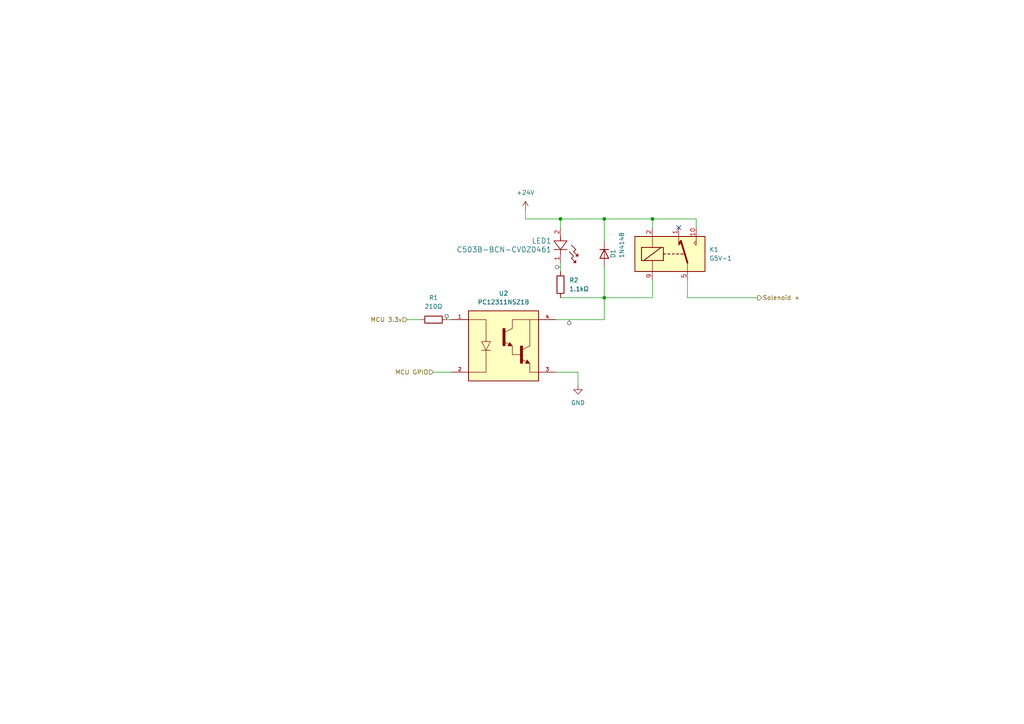
<source format=kicad_sch>
(kicad_sch (version 20230121) (generator eeschema)
  (paper "A4")
  (lib_symbols
    (symbol "CreeLED Blue:C503B-BCN-CV0Z0461" (pin_names (offset 0.254))
      (property "Reference" "LED" (at 5.08 -4.445 0))
      (property "Value" "C503B-BCN-CV0Z0461" (at 5.08 -7.62 0))
      (symbol "C503B-BCN-CV0Z0461_1_1"
        (polyline (pts (xy 2.54 0) (xy 3.4798 0)) (stroke (width 0.2032)))
        (polyline (pts (xy 3.175 0) (xy 3.81 0)) (stroke (width 0.2032)))
        (polyline (pts (xy 3.81 -1.905) (xy 6.35 0)) (stroke (width 0.2032)))
        (polyline (pts (xy 3.81 1.905) (xy 3.81 -1.905)) (stroke (width 0.2032)))
        (polyline (pts (xy 5.08 3.175) (xy 6.35 4.445)) (stroke (width 0.2032)))
        (polyline (pts (xy 6.35 -1.905) (xy 6.35 1.905)) (stroke (width 0.2032)))
        (polyline (pts (xy 6.35 0) (xy 3.81 1.905)) (stroke (width 0.2032)))
        (polyline (pts (xy 6.35 0) (xy 7.62 0)) (stroke (width 0.2032)))
        (polyline (pts (xy 6.35 4.445) (xy 6.985 3.81)) (stroke (width 0.2032)))
        (polyline (pts (xy 6.985 2.54) (xy 8.255 3.81)) (stroke (width 0.2032)))
        (polyline (pts (xy 6.985 3.81) (xy 8.255 5.08)) (stroke (width 0.2032)))
        (polyline (pts (xy 7.62 5.08) (xy 8.255 4.445)) (stroke (width 0.2032)))
        (polyline (pts (xy 8.255 3.81) (xy 8.89 3.175)) (stroke (width 0.2032)))
        (polyline (pts (xy 8.255 4.445) (xy 8.255 5.08)) (stroke (width 0.2032)))
        (polyline (pts (xy 8.255 5.08) (xy 7.62 5.08)) (stroke (width 0.2032)))
        (polyline (pts (xy 8.89 3.175) (xy 10.16 4.445)) (stroke (width 0.2032)))
        (polyline (pts (xy 9.525 4.445) (xy 10.16 3.81)) (stroke (width 0.2032)))
        (polyline (pts (xy 10.16 3.81) (xy 10.16 4.445)) (stroke (width 0.2032)))
        (polyline (pts (xy 10.16 4.445) (xy 9.525 4.445)) (stroke (width 0.2032)))
        (pin passive line (at 10.16 0 180) (length 2.54) (name "") (number "1"))
        (pin passive line (at 0 0 0) (length 2.54) (name "") (number "2"))
      )
      (symbol "C503B-BCN-CV0Z0461_1_2"
        (polyline (pts (xy -5.08 7.62) (xy -4.445 8.255)) (stroke (width 0.2032)))
        (polyline (pts (xy -5.08 8.255) (xy -5.08 7.62)) (stroke (width 0.2032)))
        (polyline (pts (xy -4.445 6.35) (xy -3.81 6.985)) (stroke (width 0.2032)))
        (polyline (pts (xy -4.445 8.255) (xy -5.08 8.255)) (stroke (width 0.2032)))
        (polyline (pts (xy -4.445 9.525) (xy -3.81 10.16)) (stroke (width 0.2032)))
        (polyline (pts (xy -4.445 10.16) (xy -4.445 9.525)) (stroke (width 0.2032)))
        (polyline (pts (xy -3.81 6.985) (xy -5.08 8.255)) (stroke (width 0.2032)))
        (polyline (pts (xy -3.81 8.255) (xy -3.175 8.89)) (stroke (width 0.2032)))
        (polyline (pts (xy -3.81 10.16) (xy -4.445 10.16)) (stroke (width 0.2032)))
        (polyline (pts (xy -3.175 5.08) (xy -4.445 6.35)) (stroke (width 0.2032)))
        (polyline (pts (xy -3.175 8.89) (xy -4.445 10.16)) (stroke (width 0.2032)))
        (polyline (pts (xy -2.54 6.985) (xy -3.81 8.255)) (stroke (width 0.2032)))
        (polyline (pts (xy -1.905 3.81) (xy 1.905 3.81)) (stroke (width 0.2032)))
        (polyline (pts (xy 0 2.54) (xy 0 3.4798)) (stroke (width 0.2032)))
        (polyline (pts (xy 0 3.175) (xy 0 3.81)) (stroke (width 0.2032)))
        (polyline (pts (xy 0 6.35) (xy -1.905 3.81)) (stroke (width 0.2032)))
        (polyline (pts (xy 0 6.35) (xy 0 7.62)) (stroke (width 0.2032)))
        (polyline (pts (xy 1.905 3.81) (xy 0 6.35)) (stroke (width 0.2032)))
        (polyline (pts (xy 1.905 6.35) (xy -1.905 6.35)) (stroke (width 0.2032)))
        (pin unspecified line (at 0 10.16 270) (length 2.54) (name "") (number "1"))
        (pin unspecified line (at 0 0 90) (length 2.54) (name "") (number "2"))
      )
    )
    (symbol "Device:R" (pin_numbers hide) (pin_names (offset 0))
      (property "Reference" "R" (at 2.032 0 90))
      (property "Value" "R" (at 0 0 90))
      (symbol "R_0_1"
        (rectangle (start -1.016 -2.54) (end 1.016 2.54) (stroke (width 0.254)))
      )
      (symbol "R_1_1"
        (pin passive line (at 0 3.81 270) (length 1.27) (name "~") (number "1"))
        (pin passive line (at 0 -3.81 90) (length 1.27) (name "~") (number "2"))
      )
    )
    (symbol "Diode:1N4148" (pin_numbers hide) (pin_names hide)
      (property "Reference" "D" (at 0 2.54 0))
      (property "Value" "1N4148" (at 0 -2.54 0))
      (symbol "1N4148_0_1"
        (polyline (pts (xy -1.27 1.27) (xy -1.27 -1.27)) (stroke (width 0.254)))
        (polyline (pts (xy 1.27 0) (xy -1.27 0)))
        (polyline (pts (xy 1.27 1.27) (xy 1.27 -1.27) (xy -1.27 0) (xy 1.27 1.27)) (stroke (width 0.254)))
      )
      (symbol "1N4148_1_1"
        (pin passive line (at -3.81 0 0) (length 2.54) (name "K") (number "1"))
        (pin passive line (at 3.81 0 180) (length 2.54) (name "A") (number "2"))
      )
    )
    (symbol "PC12311NSZ1B:PC12311NSZ1B"
      (property "Reference" "U" (at -11.43 12.7 0))
      (property "Value" "PC12311NSZ1B" (at -11.43 -10.16 0))
      (symbol "PC12311NSZ1B_0_0"
        (rectangle (start -11.43 11.43) (end 8.89 -8.89) (stroke (width 0.254)) (fill (type background)))
        (rectangle (start -1.524 1.27) (end -0.762 6.35) (stroke (width 0.1)) (fill (type outline)))
        (polyline (pts (xy -8.89 -6.35) (xy -11.43 -6.35)) (stroke (width 0.1524)))
        (polyline (pts (xy -8.89 8.89) (xy -11.43 8.89)) (stroke (width 0.1524)))
        (polyline (pts (xy -7.62 2.54) (xy -6.35 0)) (stroke (width 0.1524)))
        (polyline (pts (xy -6.35 -6.35) (xy -8.89 -6.35)) (stroke (width 0.1524)))
        (polyline (pts (xy -6.35 0) (xy -7.62 0)) (stroke (width 0.1524)))
        (polyline (pts (xy -6.35 0) (xy -6.35 -6.35)) (stroke (width 0.1524)))
        (polyline (pts (xy -6.35 0) (xy -5.08 2.54)) (stroke (width 0.1524)))
        (polyline (pts (xy -6.35 2.54) (xy -7.62 2.54)) (stroke (width 0.1524)))
        (polyline (pts (xy -6.35 2.54) (xy -6.35 8.89)) (stroke (width 0.1524)))
        (polyline (pts (xy -6.35 8.89) (xy -8.89 8.89)) (stroke (width 0.1524)))
        (polyline (pts (xy -5.08 0) (xy -6.35 0)) (stroke (width 0.1524)))
        (polyline (pts (xy -5.08 2.54) (xy -6.35 2.54)) (stroke (width 0.1524)))
        (polyline (pts (xy 0 1.27) (xy 0.508 2.286)) (stroke (width 0.1524)))
        (polyline (pts (xy 0.254 1.397) (xy 1.016 1.397)) (stroke (width 0.254)))
        (polyline (pts (xy 0.254 1.524) (xy 0.635 1.524)) (stroke (width 0.254)))
        (polyline (pts (xy 0.27 1.77) (xy -0.962 2.386)) (stroke (width 0.1524)))
        (polyline (pts (xy 0.508 2.032) (xy 0.254 1.524)) (stroke (width 0.254)))
        (polyline (pts (xy 0.508 2.286) (xy 1.27 1.27)) (stroke (width 0.1524)))
        (polyline (pts (xy 0.635 1.524) (xy 0.508 1.778)) (stroke (width 0.254)))
        (polyline (pts (xy 1.016 1.397) (xy 0.508 2.032)) (stroke (width 0.254)))
        (polyline (pts (xy 1.27 -1.27) (xy 3.81 -1.27)) (stroke (width 0.1524)))
        (polyline (pts (xy 1.27 1.27) (xy 0 1.27)) (stroke (width 0.1524)))
        (polyline (pts (xy 1.27 1.27) (xy 1.27 -1.27)) (stroke (width 0.1524)))
        (polyline (pts (xy 1.27 6.35) (xy -0.762 5.334)) (stroke (width 0.1524)))
        (polyline (pts (xy 1.27 6.35) (xy 1.27 8.89)) (stroke (width 0.1524)))
        (polyline (pts (xy 1.27 8.89) (xy 6.35 8.89)) (stroke (width 0.1524)))
        (polyline (pts (xy 5.08 -3.81) (xy 5.588 -2.794)) (stroke (width 0.1524)))
        (polyline (pts (xy 5.334 -3.683) (xy 6.096 -3.683)) (stroke (width 0.254)))
        (polyline (pts (xy 5.334 -3.556) (xy 5.715 -3.556)) (stroke (width 0.254)))
        (polyline (pts (xy 5.35 -3.31) (xy 4.118 -2.694)) (stroke (width 0.1524)))
        (polyline (pts (xy 5.588 -3.048) (xy 5.334 -3.556)) (stroke (width 0.254)))
        (polyline (pts (xy 5.588 -2.794) (xy 6.35 -3.81)) (stroke (width 0.1524)))
        (polyline (pts (xy 5.715 -3.556) (xy 5.588 -3.302)) (stroke (width 0.254)))
        (polyline (pts (xy 6.096 -3.683) (xy 5.588 -3.048)) (stroke (width 0.254)))
        (polyline (pts (xy 6.35 -6.35) (xy 8.89 -6.35)) (stroke (width 0.1524)))
        (polyline (pts (xy 6.35 -3.81) (xy 5.08 -3.81)) (stroke (width 0.1524)))
        (polyline (pts (xy 6.35 -3.81) (xy 6.35 -6.35)) (stroke (width 0.1524)))
        (polyline (pts (xy 6.35 1.27) (xy 4.318 0.254)) (stroke (width 0.1524)))
        (polyline (pts (xy 6.35 1.27) (xy 6.35 8.89)) (stroke (width 0.1524)))
        (polyline (pts (xy 6.35 8.89) (xy 8.89 8.89)) (stroke (width 0.1524)))
        (rectangle (start 3.556 -3.81) (end 4.318 1.27) (stroke (width 0.1)) (fill (type outline)))
        (pin passive line (at -16.51 8.89 0) (length 5.08) (name "~") (number "1"))
        (pin passive line (at -16.51 -6.35 0) (length 5.08) (name "~") (number "2"))
        (pin passive line (at 13.97 -6.35 180) (length 5.08) (name "~") (number "3"))
        (pin passive line (at 13.97 8.89 180) (length 5.08) (name "~") (number "4"))
      )
    )
    (symbol "Relay:G5V-1"
      (property "Reference" "K" (at 11.43 3.81 0))
      (property "Value" "G5V-1" (at 11.43 1.27 0))
      (symbol "G5V-1_0_0"
        (polyline (pts (xy 7.62 5.08) (xy 7.62 2.54) (xy 6.985 3.175) (xy 7.62 3.81)))
      )
      (symbol "G5V-1_0_1"
        (rectangle (start -10.16 5.08) (end 10.16 -5.08) (stroke (width 0.254)) (fill (type background)))
        (rectangle (start -8.255 1.905) (end -1.905 -1.905) (stroke (width 0.254)))
        (polyline (pts (xy -7.62 -1.905) (xy -2.54 1.905)) (stroke (width 0.254)))
        (polyline (pts (xy -5.08 -5.08) (xy -5.08 -1.905)))
        (polyline (pts (xy -5.08 5.08) (xy -5.08 1.905)))
        (polyline (pts (xy -1.905 0) (xy -1.27 0)) (stroke (width 0.254)))
        (polyline (pts (xy -0.635 0) (xy 0 0)) (stroke (width 0.254)))
        (polyline (pts (xy 0.635 0) (xy 1.27 0)) (stroke (width 0.254)))
        (polyline (pts (xy 1.905 0) (xy 2.54 0)) (stroke (width 0.254)))
        (polyline (pts (xy 3.175 0) (xy 3.81 0)) (stroke (width 0.254)))
        (polyline (pts (xy 5.08 -2.54) (xy 3.175 3.81)) (stroke (width 0.508)))
        (polyline (pts (xy 5.08 -2.54) (xy 5.08 -5.08)))
        (polyline (pts (xy 2.54 5.08) (xy 2.54 2.54) (xy 3.175 3.175) (xy 2.54 3.81)) (fill (type outline)))
      )
      (symbol "G5V-1_1_1"
        (pin passive line (at 2.54 7.62 270) (length 2.54) (name "~") (number "1"))
        (pin passive line (at 7.62 7.62 270) (length 2.54) (name "~") (number "10"))
        (pin passive line (at -5.08 7.62 270) (length 2.54) (name "~") (number "2"))
        (pin passive line (at 5.08 -7.62 90) (length 2.54) (name "~") (number "5"))
        (pin passive line (at 5.08 -7.62 90) (length 2.54) hide (name "~") (number "6"))
        (pin passive line (at -5.08 -7.62 90) (length 2.54) (name "~") (number "9"))
      )
    )
    (symbol "power:+24V" (power) (pin_names (offset 0))
      (property "Value" "+24V" (at 0 3.556 0))
      (symbol "+24V_0_1"
        (polyline (pts (xy -0.762 1.27) (xy 0 2.54)))
        (polyline (pts (xy 0 0) (xy 0 2.54)))
        (polyline (pts (xy 0 2.54) (xy 0.762 1.27)))
      )
      (symbol "+24V_1_1"
        (pin power_in line (at 0 0 90) (length 0) hide (name "+24V") (number "1"))
      )
    )
    (symbol "power:GND" (power) (pin_names (offset 0))
      (property "Value" "GND" (at 0 -3.81 0))
      (symbol "GND_0_1"
        (polyline (pts (xy 0 0) (xy 0 -1.27) (xy 1.27 -1.27) (xy 0 -2.54) (xy -1.27 -1.27) (xy 0 -1.27)))
      )
      (symbol "GND_1_1"
        (pin power_in line (at 0 0 270) (length 0) hide (name "GND") (number "1"))
      )
    )
  )
  (junction (at 162.56 63.5))
  (junction (at 189.23 63.5))
  (junction (at 175.26 86.36))
  (junction (at 175.26 63.5))
  (no_connect (at 196.85 66.04))
  (wire (pts (xy 175.26 63.5) (xy 175.26 69.85)))
  (wire (pts (xy 152.4 63.5) (xy 162.56 63.5)))
  (wire (pts (xy 175.26 86.36) (xy 175.26 92.71)))
  (wire (pts (xy 121.92 92.71) (xy 118.11 92.71)))
  (wire (pts (xy 130.81 92.71) (xy 129.54 92.71)))
  (wire (pts (xy 162.56 78.74) (xy 162.56 76.2)))
  (wire (pts (xy 167.64 107.95) (xy 161.29 107.95)))
  (wire (pts (xy 189.23 63.5) (xy 175.26 63.5)))
  (wire (pts (xy 125.73 107.95) (xy 130.81 107.95)))
  (wire (pts (xy 175.26 86.36) (xy 189.23 86.36)))
  (wire (pts (xy 167.64 111.76) (xy 167.64 107.95)))
  (wire (pts (xy 199.39 86.36) (xy 219.71 86.36)))
  (wire (pts (xy 162.56 86.36) (xy 175.26 86.36)))
  (wire (pts (xy 199.39 81.28) (xy 199.39 86.36)))
  (wire (pts (xy 201.93 66.04) (xy 201.93 63.5)))
  (wire (pts (xy 162.56 63.5) (xy 175.26 63.5)))
  (wire (pts (xy 189.23 81.28) (xy 189.23 86.36)))
  (wire (pts (xy 152.4 60.96) (xy 152.4 63.5)))
  (wire (pts (xy 175.26 77.47) (xy 175.26 86.36)))
  (wire (pts (xy 189.23 63.5) (xy 189.23 66.04)))
  (wire (pts (xy 201.93 63.5) (xy 189.23 63.5)))
  (wire (pts (xy 161.29 92.71) (xy 175.26 92.71)))
  (wire (pts (xy 162.56 66.04) (xy 162.56 63.5)))
  (hierarchical_label "MCU 3.3v" (shape input) (at 118.11 92.71 180))
  (hierarchical_label "MCU GPIO" (shape input) (at 125.73 107.95 180))
  (hierarchical_label "Solenoid +" (shape output) (at 219.71 86.36 0))
  (netclass_flag "" (length 1) (shape round) (at 129.54 92.71 0) (property "Netclass" "signal" (effects hide)))
  (netclass_flag "" (length 1) (shape round) (at 165.1 92.71 180) (property "Netclass" "power" (effects hide)))
  (netclass_flag "" (length 1) (shape round) (at 162.56 77.47 90) (property "Netclass" "power" (effects hide)))
  (symbol (lib_id "Relay:G5V-1") (at 194.31 73.66 0) (unit 1)
    (property "Reference" "K1" (at 205.74 72.39 0) (effects (justify left)))
    (property "Value" "G5V-1" (at 205.74 74.93 0) (effects (justify left)))
    (property "Footprint" "Relay_THT:Relay_SPDT_Omron_G5V-1" (effects hide))
    (property "Datasheet" "http://omronfs.omron.com/en_US/ecb/products/pdf/en-g5v_1.pdf" (effects hide))
    (instances (project "ColletAutoFeed_RelayBoard" (path "" (reference "K1") (unit 1)) (path "" (reference "K2") (unit 1)) (path "" (reference "K3") (unit 1)) (path "" (reference "K4") (unit 1)) (path "" (reference "K5") (unit 1)) (path "" (reference "K6") (unit 1)) (path "" (reference "K7") (unit 1)) (path "" (reference "K8") (unit 1))))
  )
  (symbol (lib_id "Device:R") (at 162.56 82.55 0) (unit 1)
    (property "Reference" "R2" (at 165.1 81.28 0) (effects (justify left)))
    (property "Value" "1.1kΩ" (at 165.1 83.82 0) (effects (justify left)))
    (property "Footprint" "Resistor:R_Axial_DIN0204_L3.6mm_D1.6mm_P5.08mm_Horizontal-JW" (effects hide))
    (instances (project "ColletAutoFeed_RelayBoard" (path "" (reference "R2") (unit 1)) (path "" (reference "R4") (unit 1)) (path "" (reference "R8") (unit 1)) (path "" (reference "R12") (unit 1)) (path "" (reference "R16") (unit 1)) (path "" (reference "R6") (unit 1)) (path "" (reference "R10") (unit 1)) (path "" (reference "R14") (unit 1))))
  )
  (symbol (lib_id "PC12311NSZ1B:PC12311NSZ1B") (at 147.32 101.6 0) (unit 1)
    (property "Reference" "U2" (at 146.05 85.09 0))
    (property "Value" "PC12311NSZ1B" (at 146.05 87.63 0))
    (property "Footprint" "PC12311NSZ1B:PC12311NSZ1B" (effects hide))
    (property "Datasheet" "https://datasheet.datasheetarchive.com/originals/distributors/Datasheets_SAMA/562baaf804994183fb5e18c5f5c92935.pdf" (effects hide))
    (property "Height" "4.45" (effects hide))
    (property "Mouser Part Number" "852-PC12311NSZ1B" (effects hide))
    (property "Mouser Price/Stock" "https://www.mouser.co.uk/ProductDetail/Sharp-Microelectronics/PC12311NSZ1B?qs=0lSvoLzn4L8JFTcuQxvmTA%3D%3D" (effects hide))
    (property "Manufacturer_Name" "Sharp Microelectronics" (effects hide))
    (property "Manufacturer_Part_Number" "PC12311NSZ1B" (effects hide))
    (instances (project "ColletAutoFeed_RelayBoard" (path "" (reference "U2") (unit 1)) (path "" (reference "U3") (unit 1)) (path "" (reference "U4") (unit 1)) (path "" (reference "U5") (unit 1)) (path "" (reference "U6") (unit 1)) (path "" (reference "U7") (unit 1)) (path "" (reference "U8") (unit 1)) (path "" (reference "U9") (unit 1))))
  )
  (symbol (lib_id "Device:R") (at 125.73 92.71 90) (unit 1)
    (property "Reference" "R1" (at 125.73 86.36 90))
    (property "Value" "210Ω" (at 125.73 88.9 90))
    (property "Footprint" "Resistor:R_Axial_DIN0204_L3.6mm_D1.6mm_P5.08mm_Horizontal-JW" (effects hide))
    (instances (project "ColletAutoFeed_RelayBoard" (path "" (reference "R1") (unit 1)) (path "" (reference "R3") (unit 1)) (path "" (reference "R7") (unit 1)) (path "" (reference "R11") (unit 1)) (path "" (reference "R15") (unit 1)) (path "" (reference "R5") (unit 1)) (path "" (reference "R9") (unit 1)) (path "" (reference "R13") (unit 1))))
  )
  (symbol (lib_id "CreeLED Blue:C503B-BCN-CV0Z0461") (at 162.56 66.04 270) (unit 1)
    (property "Reference" "LED1" (at 160.02 69.85 90) (effects (font (size 1.524 1.524)) (justify right)))
    (property "Value" "C503B-BCN-CV0Z0461" (at 160.02 72.39 90) (effects (font (size 1.524 1.524)) (justify right)))
    (property "Footprint" "CreeLED Blue:C503B_BCN_CV0Z0461" (effects hide))
    (property "Datasheet" "C503B-BCN-CV0Z0461" (effects hide))
    (instances (project "ColletAutoFeed_RelayBoard" (path "" (reference "LED1") (unit 1)) (path "" (reference "LED2") (unit 1)) (path "" (reference "LED3") (unit 1)) (path "" (reference "LED4") (unit 1)) (path "" (reference "LED5") (unit 1)) (path "" (reference "LED6") (unit 1)) (path "" (reference "LED7") (unit 1)) (path "" (reference "LED8") (unit 1))))
  )
  (symbol (lib_id "Diode:1N4148") (at 175.26 73.66 270) (unit 1)
    (property "Reference" "D1" (at 177.8 74.93 0) (effects (justify right)))
    (property "Value" "1N4148" (at 180.34 74.93 0) (effects (justify right)))
    (property "Footprint" "Diode_THT:D_DO-35_SOD27_P7.62mm_Horizontal" (effects hide))
    (property "Datasheet" "https://assets.nexperia.com/documents/data-sheet/1N4148_1N4448.pdf" (effects hide))
    (property "Sim.Device" "D" (effects hide))
    (property "Sim.Pins" "1=K 2=A" (effects hide))
    (instances (project "ColletAutoFeed_RelayBoard" (path "" (reference "D1") (unit 1)) (path "" (reference "D2") (unit 1)) (path "" (reference "D4") (unit 1)) (path "" (reference "D6") (unit 1)) (path "" (reference "D8") (unit 1)) (path "" (reference "D3") (unit 1)) (path "" (reference "D5") (unit 1)) (path "" (reference "D7") (unit 1))))
  )
  (symbol (lib_id "power:GND") (at 167.64 111.76 0) (unit 1)
    (property "Reference" "#PWR04" (effects hide))
    (property "Value" "GND" (at 167.64 116.84 0))
    (instances (project "ColletAutoFeed_RelayBoard" (path "" (reference "#PWR04") (unit 1)) (path "" (reference "#PWR06") (unit 1)) (path "" (reference "#PWR08") (unit 1)) (path "" (reference "#PWR010") (unit 1)) (path "" (reference "#PWR012") (unit 1)) (path "" (reference "#PWR014") (unit 1)) (path "" (reference "#PWR016") (unit 1)) (path "" (reference "#PWR018") (unit 1))))
  )
  (symbol (lib_id "power:+24V") (at 152.4 60.96 0) (unit 1)
    (property "Reference" "#PWR03" (effects hide))
    (property "Value" "+24V" (at 152.4 55.88 0))
    (instances (project "ColletAutoFeed_RelayBoard" (path "" (reference "#PWR03") (unit 1)) (path "" (reference "#PWR05") (unit 1)) (path "" (reference "#PWR07") (unit 1)) (path "" (reference "#PWR09") (unit 1)) (path "" (reference "#PWR011") (unit 1)) (path "" (reference "#PWR013") (unit 1)) (path "" (reference "#PWR015") (unit 1)) (path "" (reference "#PWR017") (unit 1))))
  )
)
</source>
